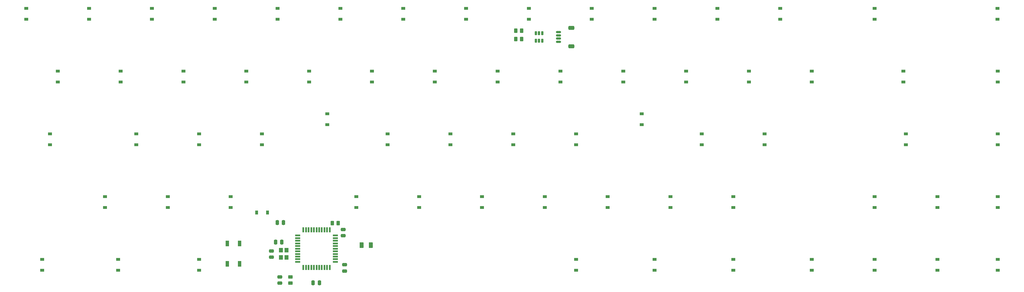
<source format=gbr>
%TF.GenerationSoftware,KiCad,Pcbnew,7.0.9*%
%TF.CreationDate,2023-11-09T15:49:42+02:00*%
%TF.ProjectId,keyboard,6b657962-6f61-4726-942e-6b696361645f,rev?*%
%TF.SameCoordinates,Original*%
%TF.FileFunction,Paste,Bot*%
%TF.FilePolarity,Positive*%
%FSLAX46Y46*%
G04 Gerber Fmt 4.6, Leading zero omitted, Abs format (unit mm)*
G04 Created by KiCad (PCBNEW 7.0.9) date 2023-11-09 15:49:42*
%MOMM*%
%LPD*%
G01*
G04 APERTURE LIST*
G04 Aperture macros list*
%AMRoundRect*
0 Rectangle with rounded corners*
0 $1 Rounding radius*
0 $2 $3 $4 $5 $6 $7 $8 $9 X,Y pos of 4 corners*
0 Add a 4 corners polygon primitive as box body*
4,1,4,$2,$3,$4,$5,$6,$7,$8,$9,$2,$3,0*
0 Add four circle primitives for the rounded corners*
1,1,$1+$1,$2,$3*
1,1,$1+$1,$4,$5*
1,1,$1+$1,$6,$7*
1,1,$1+$1,$8,$9*
0 Add four rect primitives between the rounded corners*
20,1,$1+$1,$2,$3,$4,$5,0*
20,1,$1+$1,$4,$5,$6,$7,0*
20,1,$1+$1,$6,$7,$8,$9,0*
20,1,$1+$1,$8,$9,$2,$3,0*%
G04 Aperture macros list end*
%ADD10R,1.200000X0.900000*%
%ADD11RoundRect,0.250000X-0.450000X0.262500X-0.450000X-0.262500X0.450000X-0.262500X0.450000X0.262500X0*%
%ADD12R,1.200000X1.400000*%
%ADD13RoundRect,0.250000X-0.475000X0.250000X-0.475000X-0.250000X0.475000X-0.250000X0.475000X0.250000X0*%
%ADD14RoundRect,0.250000X-0.262500X-0.450000X0.262500X-0.450000X0.262500X0.450000X-0.262500X0.450000X0*%
%ADD15RoundRect,0.150000X0.150000X-0.475000X0.150000X0.475000X-0.150000X0.475000X-0.150000X-0.475000X0*%
%ADD16RoundRect,0.250000X0.375000X0.625000X-0.375000X0.625000X-0.375000X-0.625000X0.375000X-0.625000X0*%
%ADD17RoundRect,0.250000X0.475000X-0.250000X0.475000X0.250000X-0.475000X0.250000X-0.475000X-0.250000X0*%
%ADD18R,0.550000X1.500000*%
%ADD19R,1.500000X0.550000*%
%ADD20R,1.100000X1.800000*%
%ADD21RoundRect,0.250000X0.250000X0.475000X-0.250000X0.475000X-0.250000X-0.475000X0.250000X-0.475000X0*%
%ADD22RoundRect,0.150000X-0.625000X0.150000X-0.625000X-0.150000X0.625000X-0.150000X0.625000X0.150000X0*%
%ADD23RoundRect,0.250000X-0.650000X0.350000X-0.650000X-0.350000X0.650000X-0.350000X0.650000X0.350000X0*%
%ADD24RoundRect,0.250000X0.262500X0.450000X-0.262500X0.450000X-0.262500X-0.450000X0.262500X-0.450000X0*%
%ADD25RoundRect,0.250000X-0.250000X-0.475000X0.250000X-0.475000X0.250000X0.475000X-0.250000X0.475000X0*%
%ADD26R,0.900000X1.200000*%
G04 APERTURE END LIST*
D10*
%TO.C,D14*%
X139700000Y-300100000D03*
X139700000Y-296800000D03*
%TD*%
%TO.C,D22*%
X163512500Y-262000000D03*
X163512500Y-258700000D03*
%TD*%
%TO.C,D12*%
X125412500Y-262000000D03*
X125412500Y-258700000D03*
%TD*%
%TO.C,D47*%
X258762500Y-262000000D03*
X258762500Y-258700000D03*
%TD*%
D11*
%TO.C,R3*%
X157829250Y-321191250D03*
X157829250Y-323016250D03*
%TD*%
D10*
%TO.C,D48*%
X264318750Y-274954000D03*
X264318750Y-271654000D03*
%TD*%
%TO.C,D52*%
X277812500Y-262000000D03*
X277812500Y-258700000D03*
%TD*%
%TO.C,D29*%
X196850000Y-300100000D03*
X196850000Y-296800000D03*
%TD*%
D12*
%TO.C,Y1*%
X156640000Y-313014000D03*
X156640000Y-315214000D03*
X154940000Y-315214000D03*
X154940000Y-313014000D03*
%TD*%
D13*
%TO.C,C2*%
X173863000Y-306771000D03*
X173863000Y-308671000D03*
%TD*%
D10*
%TO.C,D42*%
X239712500Y-262000000D03*
X239712500Y-258700000D03*
%TD*%
%TO.C,D67*%
X372237000Y-242950000D03*
X372237000Y-239650000D03*
%TD*%
%TO.C,D64*%
X343693750Y-262000000D03*
X343693750Y-258700000D03*
%TD*%
%TO.C,D6*%
X96837500Y-242950000D03*
X96837500Y-239650000D03*
%TD*%
%TO.C,D3*%
X84931250Y-281050000D03*
X84931250Y-277750000D03*
%TD*%
%TO.C,D40*%
X334962500Y-319150000D03*
X334962500Y-315850000D03*
%TD*%
%TO.C,D17*%
X144462500Y-262000000D03*
X144462500Y-258700000D03*
%TD*%
%TO.C,D27*%
X182562500Y-262000000D03*
X182562500Y-258700000D03*
%TD*%
%TO.C,D50*%
X372268750Y-319150000D03*
X372268750Y-315850000D03*
%TD*%
%TO.C,D65*%
X372268750Y-281050000D03*
X372268750Y-277750000D03*
%TD*%
%TO.C,D54*%
X292100000Y-300100000D03*
X292100000Y-296800000D03*
%TD*%
%TO.C,D45*%
X354012500Y-319150000D03*
X354012500Y-315850000D03*
%TD*%
%TO.C,D63*%
X334962500Y-242950000D03*
X334962500Y-239650000D03*
%TD*%
%TO.C,D38*%
X225425000Y-281050000D03*
X225425000Y-277750000D03*
%TD*%
D14*
%TO.C,R4*%
X170537500Y-304800000D03*
X172362500Y-304800000D03*
%TD*%
D15*
%TO.C,U2*%
X234182500Y-249488999D03*
X233232500Y-249488999D03*
X232282500Y-249488999D03*
X232282500Y-247138999D03*
X233232500Y-247138999D03*
X234182500Y-247138999D03*
%TD*%
D10*
%TO.C,D9*%
X120650000Y-300100000D03*
X120650000Y-296800000D03*
%TD*%
%TO.C,D34*%
X215900000Y-300100000D03*
X215900000Y-296800000D03*
%TD*%
%TO.C,D1*%
X77787500Y-242950000D03*
X77787500Y-239650000D03*
%TD*%
D16*
%TO.C,F1*%
X182248000Y-311531000D03*
X179448000Y-311531000D03*
%TD*%
D10*
%TO.C,D41*%
X230187500Y-242950000D03*
X230187500Y-239650000D03*
%TD*%
%TO.C,D39*%
X234950000Y-300100000D03*
X234950000Y-296800000D03*
%TD*%
%TO.C,D60*%
X315912500Y-262000000D03*
X315912500Y-258700000D03*
%TD*%
%TO.C,D16*%
X134937500Y-242950000D03*
X134937500Y-239650000D03*
%TD*%
%TO.C,D56*%
X296862500Y-262000000D03*
X296862500Y-258700000D03*
%TD*%
%TO.C,D36*%
X211137500Y-242950000D03*
X211137500Y-239650000D03*
%TD*%
%TO.C,D10*%
X105568750Y-319150000D03*
X105568750Y-315850000D03*
%TD*%
D13*
%TO.C,C4*%
X152068000Y-313248000D03*
X152068000Y-315148000D03*
%TD*%
D10*
%TO.C,D30*%
X292100000Y-319150000D03*
X292100000Y-315850000D03*
%TD*%
D17*
%TO.C,C7*%
X174254618Y-319341789D03*
X174254618Y-317441789D03*
%TD*%
D10*
%TO.C,D25*%
X268287500Y-319150000D03*
X268287500Y-315850000D03*
%TD*%
%TO.C,D43*%
X244475000Y-281050000D03*
X244475000Y-277750000D03*
%TD*%
%TO.C,D44*%
X254000000Y-300100000D03*
X254000000Y-296800000D03*
%TD*%
D18*
%TO.C,U1*%
X169766750Y-318278750D03*
X168966750Y-318278750D03*
X168166750Y-318278750D03*
X167366750Y-318278750D03*
X166566750Y-318278750D03*
X165766750Y-318278750D03*
X164966750Y-318278750D03*
X164166750Y-318278750D03*
X163366750Y-318278750D03*
X162566750Y-318278750D03*
X161766750Y-318278750D03*
D19*
X160066750Y-316578750D03*
X160066750Y-315778750D03*
X160066750Y-314978750D03*
X160066750Y-314178750D03*
X160066750Y-313378750D03*
X160066750Y-312578750D03*
X160066750Y-311778750D03*
X160066750Y-310978750D03*
X160066750Y-310178750D03*
X160066750Y-309378750D03*
X160066750Y-308578750D03*
D18*
X161766750Y-306878750D03*
X162566750Y-306878750D03*
X163366750Y-306878750D03*
X164166750Y-306878750D03*
X164966750Y-306878750D03*
X165766750Y-306878750D03*
X166566750Y-306878750D03*
X167366750Y-306878750D03*
X168166750Y-306878750D03*
X168966750Y-306878750D03*
X169766750Y-306878750D03*
D19*
X171466750Y-308578750D03*
X171466750Y-309378750D03*
X171466750Y-310178750D03*
X171466750Y-310978750D03*
X171466750Y-311778750D03*
X171466750Y-312578750D03*
X171466750Y-313378750D03*
X171466750Y-314178750D03*
X171466750Y-314978750D03*
X171466750Y-315778750D03*
X171466750Y-316578750D03*
%TD*%
D10*
%TO.C,D2*%
X87312500Y-262000000D03*
X87312500Y-258700000D03*
%TD*%
D17*
%TO.C,C1*%
X154654250Y-323053750D03*
X154654250Y-321153750D03*
%TD*%
D10*
%TO.C,D32*%
X201612500Y-262000000D03*
X201612500Y-258700000D03*
%TD*%
%TO.C,D58*%
X334962500Y-300100000D03*
X334962500Y-296800000D03*
%TD*%
%TO.C,D15*%
X130175000Y-319150000D03*
X130175000Y-315850000D03*
%TD*%
%TO.C,D57*%
X301625000Y-281050000D03*
X301625000Y-277750000D03*
%TD*%
%TO.C,D55*%
X287274000Y-242950000D03*
X287274000Y-239650000D03*
%TD*%
D20*
%TO.C,SW1*%
X138739000Y-310971000D03*
X142439000Y-317171000D03*
X142439000Y-310971000D03*
X138739000Y-317171000D03*
%TD*%
D10*
%TO.C,D24*%
X177800000Y-300100000D03*
X177800000Y-296800000D03*
%TD*%
%TO.C,D13*%
X130175000Y-281050000D03*
X130175000Y-277750000D03*
%TD*%
%TO.C,D7*%
X106362500Y-262000000D03*
X106362500Y-258700000D03*
%TD*%
%TO.C,D68*%
X372268750Y-262000000D03*
X372268750Y-258700000D03*
%TD*%
D21*
%TO.C,C5*%
X155763000Y-304673000D03*
X153863000Y-304673000D03*
%TD*%
D10*
%TO.C,D28*%
X187325000Y-281050000D03*
X187325000Y-277750000D03*
%TD*%
%TO.C,D49*%
X273050000Y-300100000D03*
X273050000Y-296800000D03*
%TD*%
%TO.C,D23*%
X169037000Y-274954000D03*
X169037000Y-271654000D03*
%TD*%
%TO.C,D37*%
X220662500Y-262000000D03*
X220662500Y-258700000D03*
%TD*%
D22*
%TO.C,J1*%
X239106500Y-246813999D03*
X239106500Y-247813999D03*
X239106500Y-248813999D03*
X239106500Y-249813999D03*
D23*
X242981500Y-245513999D03*
X242981500Y-251113999D03*
%TD*%
D10*
%TO.C,D33*%
X206375000Y-281050000D03*
X206375000Y-277750000D03*
%TD*%
%TO.C,D59*%
X306324000Y-242950000D03*
X306324000Y-239650000D03*
%TD*%
%TO.C,D62*%
X354012500Y-300100000D03*
X354012500Y-296800000D03*
%TD*%
D24*
%TO.C,R2*%
X227985500Y-246371749D03*
X226160500Y-246371749D03*
%TD*%
D25*
%TO.C,C6*%
X164721500Y-322897500D03*
X166621500Y-322897500D03*
%TD*%
D10*
%TO.C,D5*%
X82550000Y-319150000D03*
X82550000Y-315850000D03*
%TD*%
%TO.C,D35*%
X315912500Y-319150000D03*
X315912500Y-315850000D03*
%TD*%
%TO.C,D8*%
X111125000Y-281050000D03*
X111125000Y-277750000D03*
%TD*%
D26*
%TO.C,D19*%
X147575000Y-301625000D03*
X150875000Y-301625000D03*
%TD*%
D25*
%TO.C,C3*%
X153352500Y-310580250D03*
X155252500Y-310580250D03*
%TD*%
D10*
%TO.C,D21*%
X153987500Y-242950000D03*
X153987500Y-239650000D03*
%TD*%
%TO.C,D18*%
X149225000Y-281050000D03*
X149225000Y-277750000D03*
%TD*%
%TO.C,D51*%
X268287500Y-242950000D03*
X268287500Y-239650000D03*
%TD*%
%TO.C,D26*%
X173037500Y-242950000D03*
X173037500Y-239650000D03*
%TD*%
%TO.C,D53*%
X282575000Y-281050000D03*
X282575000Y-277750000D03*
%TD*%
%TO.C,D31*%
X192087500Y-242950000D03*
X192087500Y-239650000D03*
%TD*%
%TO.C,D20*%
X244475000Y-319150000D03*
X244475000Y-315850000D03*
%TD*%
%TO.C,D4*%
X101600000Y-300100000D03*
X101600000Y-296800000D03*
%TD*%
%TO.C,D11*%
X115887500Y-242950000D03*
X115887500Y-239650000D03*
%TD*%
%TO.C,D66*%
X372268750Y-300100000D03*
X372268750Y-296800000D03*
%TD*%
%TO.C,D61*%
X344487500Y-281050000D03*
X344487500Y-277750000D03*
%TD*%
%TO.C,D46*%
X249237500Y-242950000D03*
X249237500Y-239650000D03*
%TD*%
D24*
%TO.C,R1*%
X227985500Y-248911749D03*
X226160500Y-248911749D03*
%TD*%
M02*

</source>
